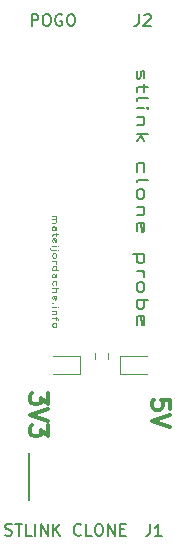
<source format=gbr>
%TF.GenerationSoftware,KiCad,Pcbnew,(6.0.8-1)-1*%
%TF.CreationDate,2022-10-04T12:57:59-04:00*%
%TF.ProjectId,SWD_pogoadapter,5357445f-706f-4676-9f61-646170746572,rev?*%
%TF.SameCoordinates,Original*%
%TF.FileFunction,Legend,Top*%
%TF.FilePolarity,Positive*%
%FSLAX46Y46*%
G04 Gerber Fmt 4.6, Leading zero omitted, Abs format (unit mm)*
G04 Created by KiCad (PCBNEW (6.0.8-1)-1) date 2022-10-04 12:57:59*
%MOMM*%
%LPD*%
G01*
G04 APERTURE LIST*
%ADD10C,0.150000*%
%ADD11C,0.300000*%
%ADD12C,0.100000*%
%ADD13C,0.200000*%
%ADD14C,0.120000*%
G04 APERTURE END LIST*
D10*
X141859000Y-105981500D02*
X141859000Y-109918500D01*
D11*
X153729428Y-102203285D02*
X153729428Y-101489000D01*
X153015142Y-101417571D01*
X153086571Y-101489000D01*
X153158000Y-101631857D01*
X153158000Y-101989000D01*
X153086571Y-102131857D01*
X153015142Y-102203285D01*
X152872285Y-102274714D01*
X152515142Y-102274714D01*
X152372285Y-102203285D01*
X152300857Y-102131857D01*
X152229428Y-101989000D01*
X152229428Y-101631857D01*
X152300857Y-101489000D01*
X152372285Y-101417571D01*
X153729428Y-102703285D02*
X152229428Y-103203285D01*
X153729428Y-103703285D01*
X143442428Y-100885857D02*
X143442428Y-101814428D01*
X142871000Y-101314428D01*
X142871000Y-101528714D01*
X142799571Y-101671571D01*
X142728142Y-101743000D01*
X142585285Y-101814428D01*
X142228142Y-101814428D01*
X142085285Y-101743000D01*
X142013857Y-101671571D01*
X141942428Y-101528714D01*
X141942428Y-101100142D01*
X142013857Y-100957285D01*
X142085285Y-100885857D01*
X143442428Y-102243000D02*
X141942428Y-102743000D01*
X143442428Y-103243000D01*
X143442428Y-103600142D02*
X143442428Y-104528714D01*
X142871000Y-104028714D01*
X142871000Y-104243000D01*
X142799571Y-104385857D01*
X142728142Y-104457285D01*
X142585285Y-104528714D01*
X142228142Y-104528714D01*
X142085285Y-104457285D01*
X142013857Y-104385857D01*
X141942428Y-104243000D01*
X141942428Y-103814428D01*
X142013857Y-103671571D01*
X142085285Y-103600142D01*
D12*
X143791809Y-85851000D02*
X144125142Y-85851000D01*
X144077523Y-85851000D02*
X144101333Y-85884333D01*
X144125142Y-85951000D01*
X144125142Y-86051000D01*
X144101333Y-86117666D01*
X144053714Y-86151000D01*
X143791809Y-86151000D01*
X144053714Y-86151000D02*
X144101333Y-86184333D01*
X144125142Y-86251000D01*
X144125142Y-86351000D01*
X144101333Y-86417666D01*
X144053714Y-86451000D01*
X143791809Y-86451000D01*
X143791809Y-87084333D02*
X144053714Y-87084333D01*
X144101333Y-87051000D01*
X144125142Y-86984333D01*
X144125142Y-86851000D01*
X144101333Y-86784333D01*
X143815619Y-87084333D02*
X143791809Y-87017666D01*
X143791809Y-86851000D01*
X143815619Y-86784333D01*
X143863238Y-86751000D01*
X143910857Y-86751000D01*
X143958476Y-86784333D01*
X143982285Y-86851000D01*
X143982285Y-87017666D01*
X144006095Y-87084333D01*
X144125142Y-87317666D02*
X144125142Y-87584333D01*
X144291809Y-87417666D02*
X143863238Y-87417666D01*
X143815619Y-87451000D01*
X143791809Y-87517666D01*
X143791809Y-87584333D01*
X143815619Y-88084333D02*
X143791809Y-88017666D01*
X143791809Y-87884333D01*
X143815619Y-87817666D01*
X143863238Y-87784333D01*
X144053714Y-87784333D01*
X144101333Y-87817666D01*
X144125142Y-87884333D01*
X144125142Y-88017666D01*
X144101333Y-88084333D01*
X144053714Y-88117666D01*
X144006095Y-88117666D01*
X143958476Y-87784333D01*
X143791809Y-88417666D02*
X144125142Y-88417666D01*
X144291809Y-88417666D02*
X144268000Y-88384333D01*
X144244190Y-88417666D01*
X144268000Y-88451000D01*
X144291809Y-88417666D01*
X144244190Y-88417666D01*
X144125142Y-88751000D02*
X143696571Y-88751000D01*
X143648952Y-88717666D01*
X143625142Y-88651000D01*
X143625142Y-88617666D01*
X144291809Y-88751000D02*
X144268000Y-88717666D01*
X144244190Y-88751000D01*
X144268000Y-88784333D01*
X144291809Y-88751000D01*
X144244190Y-88751000D01*
X143791809Y-89184333D02*
X143815619Y-89117666D01*
X143839428Y-89084333D01*
X143887047Y-89051000D01*
X144029904Y-89051000D01*
X144077523Y-89084333D01*
X144101333Y-89117666D01*
X144125142Y-89184333D01*
X144125142Y-89284333D01*
X144101333Y-89351000D01*
X144077523Y-89384333D01*
X144029904Y-89417666D01*
X143887047Y-89417666D01*
X143839428Y-89384333D01*
X143815619Y-89351000D01*
X143791809Y-89284333D01*
X143791809Y-89184333D01*
X143791809Y-89717666D02*
X144125142Y-89717666D01*
X144029904Y-89717666D02*
X144077523Y-89751000D01*
X144101333Y-89784333D01*
X144125142Y-89851000D01*
X144125142Y-89917666D01*
X143791809Y-90451000D02*
X144291809Y-90451000D01*
X143815619Y-90451000D02*
X143791809Y-90384333D01*
X143791809Y-90251000D01*
X143815619Y-90184333D01*
X143839428Y-90151000D01*
X143887047Y-90117666D01*
X144029904Y-90117666D01*
X144077523Y-90151000D01*
X144101333Y-90184333D01*
X144125142Y-90251000D01*
X144125142Y-90384333D01*
X144101333Y-90451000D01*
X143791809Y-91084333D02*
X144053714Y-91084333D01*
X144101333Y-91051000D01*
X144125142Y-90984333D01*
X144125142Y-90851000D01*
X144101333Y-90784333D01*
X143815619Y-91084333D02*
X143791809Y-91017666D01*
X143791809Y-90851000D01*
X143815619Y-90784333D01*
X143863238Y-90751000D01*
X143910857Y-90751000D01*
X143958476Y-90784333D01*
X143982285Y-90851000D01*
X143982285Y-91017666D01*
X144006095Y-91084333D01*
X143815619Y-91717666D02*
X143791809Y-91651000D01*
X143791809Y-91517666D01*
X143815619Y-91451000D01*
X143839428Y-91417666D01*
X143887047Y-91384333D01*
X144029904Y-91384333D01*
X144077523Y-91417666D01*
X144101333Y-91451000D01*
X144125142Y-91517666D01*
X144125142Y-91651000D01*
X144101333Y-91717666D01*
X143791809Y-92017666D02*
X144291809Y-92017666D01*
X143791809Y-92317666D02*
X144053714Y-92317666D01*
X144101333Y-92284333D01*
X144125142Y-92217666D01*
X144125142Y-92117666D01*
X144101333Y-92051000D01*
X144077523Y-92017666D01*
X143815619Y-92917666D02*
X143791809Y-92851000D01*
X143791809Y-92717666D01*
X143815619Y-92651000D01*
X143863238Y-92617666D01*
X144053714Y-92617666D01*
X144101333Y-92651000D01*
X144125142Y-92717666D01*
X144125142Y-92851000D01*
X144101333Y-92917666D01*
X144053714Y-92951000D01*
X144006095Y-92951000D01*
X143958476Y-92617666D01*
X143839428Y-93251000D02*
X143815619Y-93284333D01*
X143791809Y-93251000D01*
X143815619Y-93217666D01*
X143839428Y-93251000D01*
X143791809Y-93251000D01*
X143791809Y-93584333D02*
X144125142Y-93584333D01*
X144291809Y-93584333D02*
X144268000Y-93551000D01*
X144244190Y-93584333D01*
X144268000Y-93617666D01*
X144291809Y-93584333D01*
X144244190Y-93584333D01*
X144125142Y-93917666D02*
X143791809Y-93917666D01*
X144077523Y-93917666D02*
X144101333Y-93951000D01*
X144125142Y-94017666D01*
X144125142Y-94117666D01*
X144101333Y-94184333D01*
X144053714Y-94217666D01*
X143791809Y-94217666D01*
X144125142Y-94451000D02*
X144125142Y-94717666D01*
X143791809Y-94551000D02*
X144220380Y-94551000D01*
X144268000Y-94584333D01*
X144291809Y-94651000D01*
X144291809Y-94717666D01*
X143791809Y-95051000D02*
X143815619Y-94984333D01*
X143839428Y-94951000D01*
X143887047Y-94917666D01*
X144029904Y-94917666D01*
X144077523Y-94951000D01*
X144101333Y-94984333D01*
X144125142Y-95051000D01*
X144125142Y-95151000D01*
X144101333Y-95217666D01*
X144077523Y-95251000D01*
X144029904Y-95284333D01*
X143887047Y-95284333D01*
X143839428Y-95251000D01*
X143815619Y-95217666D01*
X143791809Y-95151000D01*
X143791809Y-95051000D01*
D13*
X150979238Y-73586761D02*
X150931619Y-73739142D01*
X150931619Y-74043904D01*
X150979238Y-74196285D01*
X151074476Y-74272476D01*
X151122095Y-74272476D01*
X151217333Y-74196285D01*
X151264952Y-74043904D01*
X151264952Y-73815333D01*
X151312571Y-73662952D01*
X151407809Y-73586761D01*
X151455428Y-73586761D01*
X151550666Y-73662952D01*
X151598285Y-73815333D01*
X151598285Y-74043904D01*
X151550666Y-74196285D01*
X151598285Y-74729619D02*
X151598285Y-75339142D01*
X151931619Y-74958190D02*
X151074476Y-74958190D01*
X150979238Y-75034380D01*
X150931619Y-75186761D01*
X150931619Y-75339142D01*
X150931619Y-76101047D02*
X150979238Y-75948666D01*
X151074476Y-75872476D01*
X151931619Y-75872476D01*
X150931619Y-76710571D02*
X151598285Y-76710571D01*
X151931619Y-76710571D02*
X151884000Y-76634380D01*
X151836380Y-76710571D01*
X151884000Y-76786761D01*
X151931619Y-76710571D01*
X151836380Y-76710571D01*
X151598285Y-77472476D02*
X150931619Y-77472476D01*
X151503047Y-77472476D02*
X151550666Y-77548666D01*
X151598285Y-77701047D01*
X151598285Y-77929619D01*
X151550666Y-78082000D01*
X151455428Y-78158190D01*
X150931619Y-78158190D01*
X150931619Y-78920095D02*
X151931619Y-78920095D01*
X151312571Y-79072476D02*
X150931619Y-79529619D01*
X151598285Y-79529619D02*
X151217333Y-78920095D01*
X150979238Y-82120095D02*
X150931619Y-81967714D01*
X150931619Y-81662952D01*
X150979238Y-81510571D01*
X151026857Y-81434380D01*
X151122095Y-81358190D01*
X151407809Y-81358190D01*
X151503047Y-81434380D01*
X151550666Y-81510571D01*
X151598285Y-81662952D01*
X151598285Y-81967714D01*
X151550666Y-82120095D01*
X150931619Y-83034380D02*
X150979238Y-82882000D01*
X151074476Y-82805809D01*
X151931619Y-82805809D01*
X150931619Y-83872476D02*
X150979238Y-83720095D01*
X151026857Y-83643904D01*
X151122095Y-83567714D01*
X151407809Y-83567714D01*
X151503047Y-83643904D01*
X151550666Y-83720095D01*
X151598285Y-83872476D01*
X151598285Y-84101047D01*
X151550666Y-84253428D01*
X151503047Y-84329619D01*
X151407809Y-84405809D01*
X151122095Y-84405809D01*
X151026857Y-84329619D01*
X150979238Y-84253428D01*
X150931619Y-84101047D01*
X150931619Y-83872476D01*
X151598285Y-85091523D02*
X150931619Y-85091523D01*
X151503047Y-85091523D02*
X151550666Y-85167714D01*
X151598285Y-85320095D01*
X151598285Y-85548666D01*
X151550666Y-85701047D01*
X151455428Y-85777238D01*
X150931619Y-85777238D01*
X150979238Y-87148666D02*
X150931619Y-86996285D01*
X150931619Y-86691523D01*
X150979238Y-86539142D01*
X151074476Y-86462952D01*
X151455428Y-86462952D01*
X151550666Y-86539142D01*
X151598285Y-86691523D01*
X151598285Y-86996285D01*
X151550666Y-87148666D01*
X151455428Y-87224857D01*
X151360190Y-87224857D01*
X151264952Y-86462952D01*
X151598285Y-89129619D02*
X150598285Y-89129619D01*
X151550666Y-89129619D02*
X151598285Y-89282000D01*
X151598285Y-89586761D01*
X151550666Y-89739142D01*
X151503047Y-89815333D01*
X151407809Y-89891523D01*
X151122095Y-89891523D01*
X151026857Y-89815333D01*
X150979238Y-89739142D01*
X150931619Y-89586761D01*
X150931619Y-89282000D01*
X150979238Y-89129619D01*
X150931619Y-90577238D02*
X151598285Y-90577238D01*
X151407809Y-90577238D02*
X151503047Y-90653428D01*
X151550666Y-90729619D01*
X151598285Y-90882000D01*
X151598285Y-91034380D01*
X150931619Y-91796285D02*
X150979238Y-91643904D01*
X151026857Y-91567714D01*
X151122095Y-91491523D01*
X151407809Y-91491523D01*
X151503047Y-91567714D01*
X151550666Y-91643904D01*
X151598285Y-91796285D01*
X151598285Y-92024857D01*
X151550666Y-92177238D01*
X151503047Y-92253428D01*
X151407809Y-92329619D01*
X151122095Y-92329619D01*
X151026857Y-92253428D01*
X150979238Y-92177238D01*
X150931619Y-92024857D01*
X150931619Y-91796285D01*
X150931619Y-93015333D02*
X151931619Y-93015333D01*
X151550666Y-93015333D02*
X151598285Y-93167714D01*
X151598285Y-93472476D01*
X151550666Y-93624857D01*
X151503047Y-93701047D01*
X151407809Y-93777238D01*
X151122095Y-93777238D01*
X151026857Y-93701047D01*
X150979238Y-93624857D01*
X150931619Y-93472476D01*
X150931619Y-93167714D01*
X150979238Y-93015333D01*
X150979238Y-95072476D02*
X150931619Y-94920095D01*
X150931619Y-94615333D01*
X150979238Y-94462952D01*
X151074476Y-94386761D01*
X151455428Y-94386761D01*
X151550666Y-94462952D01*
X151598285Y-94615333D01*
X151598285Y-94920095D01*
X151550666Y-95072476D01*
X151455428Y-95148666D01*
X151360190Y-95148666D01*
X151264952Y-94386761D01*
D10*
%TO.C,J2*%
X151131666Y-68797380D02*
X151131666Y-69511666D01*
X151084047Y-69654523D01*
X150988809Y-69749761D01*
X150845952Y-69797380D01*
X150750714Y-69797380D01*
X151560238Y-68892619D02*
X151607857Y-68845000D01*
X151703095Y-68797380D01*
X151941190Y-68797380D01*
X152036428Y-68845000D01*
X152084047Y-68892619D01*
X152131666Y-68987857D01*
X152131666Y-69083095D01*
X152084047Y-69225952D01*
X151512619Y-69797380D01*
X152131666Y-69797380D01*
X142035476Y-69797380D02*
X142035476Y-68797380D01*
X142416428Y-68797380D01*
X142511666Y-68845000D01*
X142559285Y-68892619D01*
X142606904Y-68987857D01*
X142606904Y-69130714D01*
X142559285Y-69225952D01*
X142511666Y-69273571D01*
X142416428Y-69321190D01*
X142035476Y-69321190D01*
X143225952Y-68797380D02*
X143416428Y-68797380D01*
X143511666Y-68845000D01*
X143606904Y-68940238D01*
X143654523Y-69130714D01*
X143654523Y-69464047D01*
X143606904Y-69654523D01*
X143511666Y-69749761D01*
X143416428Y-69797380D01*
X143225952Y-69797380D01*
X143130714Y-69749761D01*
X143035476Y-69654523D01*
X142987857Y-69464047D01*
X142987857Y-69130714D01*
X143035476Y-68940238D01*
X143130714Y-68845000D01*
X143225952Y-68797380D01*
X144606904Y-68845000D02*
X144511666Y-68797380D01*
X144368809Y-68797380D01*
X144225952Y-68845000D01*
X144130714Y-68940238D01*
X144083095Y-69035476D01*
X144035476Y-69225952D01*
X144035476Y-69368809D01*
X144083095Y-69559285D01*
X144130714Y-69654523D01*
X144225952Y-69749761D01*
X144368809Y-69797380D01*
X144464047Y-69797380D01*
X144606904Y-69749761D01*
X144654523Y-69702142D01*
X144654523Y-69368809D01*
X144464047Y-69368809D01*
X145273571Y-68797380D02*
X145464047Y-68797380D01*
X145559285Y-68845000D01*
X145654523Y-68940238D01*
X145702142Y-69130714D01*
X145702142Y-69464047D01*
X145654523Y-69654523D01*
X145559285Y-69749761D01*
X145464047Y-69797380D01*
X145273571Y-69797380D01*
X145178333Y-69749761D01*
X145083095Y-69654523D01*
X145035476Y-69464047D01*
X145035476Y-69130714D01*
X145083095Y-68940238D01*
X145178333Y-68845000D01*
X145273571Y-68797380D01*
%TO.C,J1*%
X152066666Y-111974380D02*
X152066666Y-112688666D01*
X152019047Y-112831523D01*
X151923809Y-112926761D01*
X151780952Y-112974380D01*
X151685714Y-112974380D01*
X153066666Y-112974380D02*
X152495238Y-112974380D01*
X152780952Y-112974380D02*
X152780952Y-111974380D01*
X152685714Y-112117238D01*
X152590476Y-112212476D01*
X152495238Y-112260095D01*
X139793952Y-112896761D02*
X139936809Y-112944380D01*
X140174904Y-112944380D01*
X140270142Y-112896761D01*
X140317761Y-112849142D01*
X140365380Y-112753904D01*
X140365380Y-112658666D01*
X140317761Y-112563428D01*
X140270142Y-112515809D01*
X140174904Y-112468190D01*
X139984428Y-112420571D01*
X139889190Y-112372952D01*
X139841571Y-112325333D01*
X139793952Y-112230095D01*
X139793952Y-112134857D01*
X139841571Y-112039619D01*
X139889190Y-111992000D01*
X139984428Y-111944380D01*
X140222523Y-111944380D01*
X140365380Y-111992000D01*
X140651095Y-111944380D02*
X141222523Y-111944380D01*
X140936809Y-112944380D02*
X140936809Y-111944380D01*
X142032047Y-112944380D02*
X141555857Y-112944380D01*
X141555857Y-111944380D01*
X142365380Y-112944380D02*
X142365380Y-111944380D01*
X142841571Y-112944380D02*
X142841571Y-111944380D01*
X143413000Y-112944380D01*
X143413000Y-111944380D01*
X143889190Y-112944380D02*
X143889190Y-111944380D01*
X144460619Y-112944380D02*
X144032047Y-112372952D01*
X144460619Y-111944380D02*
X143889190Y-112515809D01*
X146222523Y-112849142D02*
X146174904Y-112896761D01*
X146032047Y-112944380D01*
X145936809Y-112944380D01*
X145793952Y-112896761D01*
X145698714Y-112801523D01*
X145651095Y-112706285D01*
X145603476Y-112515809D01*
X145603476Y-112372952D01*
X145651095Y-112182476D01*
X145698714Y-112087238D01*
X145793952Y-111992000D01*
X145936809Y-111944380D01*
X146032047Y-111944380D01*
X146174904Y-111992000D01*
X146222523Y-112039619D01*
X147127285Y-112944380D02*
X146651095Y-112944380D01*
X146651095Y-111944380D01*
X147651095Y-111944380D02*
X147841571Y-111944380D01*
X147936809Y-111992000D01*
X148032047Y-112087238D01*
X148079666Y-112277714D01*
X148079666Y-112611047D01*
X148032047Y-112801523D01*
X147936809Y-112896761D01*
X147841571Y-112944380D01*
X147651095Y-112944380D01*
X147555857Y-112896761D01*
X147460619Y-112801523D01*
X147413000Y-112611047D01*
X147413000Y-112277714D01*
X147460619Y-112087238D01*
X147555857Y-111992000D01*
X147651095Y-111944380D01*
X148508238Y-112944380D02*
X148508238Y-111944380D01*
X149079666Y-112944380D01*
X149079666Y-111944380D01*
X149555857Y-112420571D02*
X149889190Y-112420571D01*
X150032047Y-112944380D02*
X149555857Y-112944380D01*
X149555857Y-111944380D01*
X150032047Y-111944380D01*
D14*
%TO.C,D1*%
X151803000Y-97754000D02*
X149518000Y-97754000D01*
X149518000Y-97754000D02*
X149518000Y-99224000D01*
X149518000Y-99224000D02*
X151803000Y-99224000D01*
%TO.C,D2*%
X146138000Y-97754000D02*
X143853000Y-97754000D01*
X146138000Y-99224000D02*
X146138000Y-97754000D01*
X143853000Y-99224000D02*
X146138000Y-99224000D01*
%TO.C,R1*%
X147432500Y-97964258D02*
X147432500Y-97489742D01*
X148477500Y-97964258D02*
X148477500Y-97489742D01*
%TD*%
M02*

</source>
